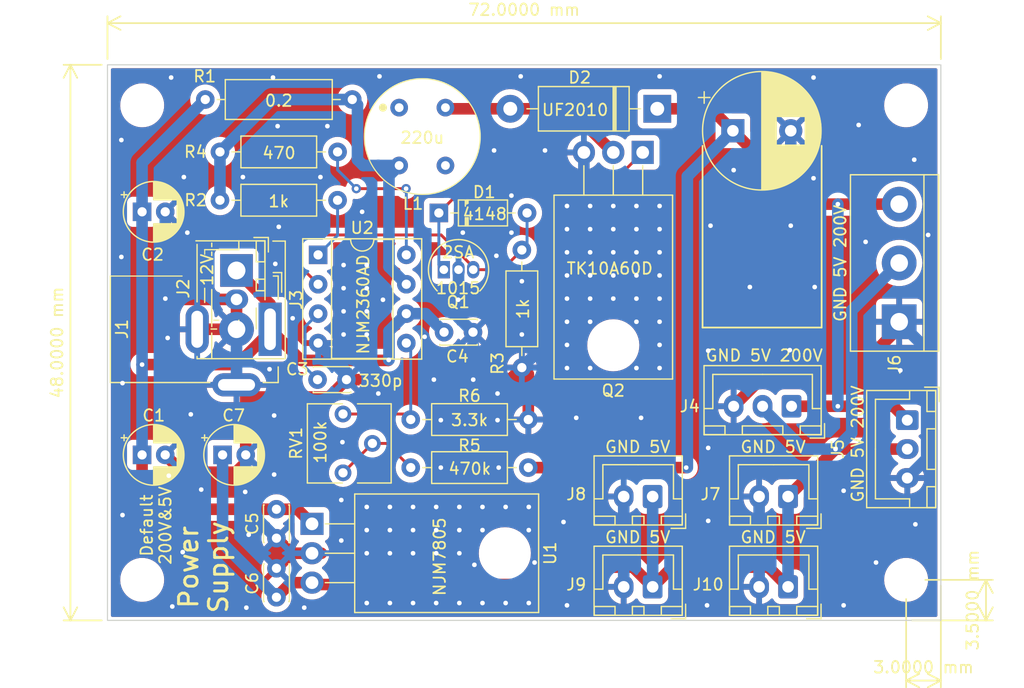
<source format=kicad_pcb>
(kicad_pcb (version 20221018) (generator pcbnew)
  (layers (0 "F.Cu" jumper) (31 "B.Cu" signal) (34 "B.Paste" user) (35 "F.Paste" user) (36 "B.SilkS" user "B.Silkscreen") (37 "F.SilkS" user "F.Silkscreen") (38 "B.Mask" user) (39 "F.Mask" user) (44 "Edge.Cuts" user))
  (net 0 "")
  (net 1 "GND")
  (net 2 "Net-(U2-CT)")
  (net 3 "/5V")
  (net 4 "/200V")
  (net 5 "Net-(D1-K)")
  (net 6 "Net-(D1-A)")
  (net 7 "Net-(D2-A)")
  (net 9 "Net-(U2-SI)")
  (net 11 "Net-(U2-CS)")
  (net 12 "Net-(U2-CD)")
  (net 13 "Net-(R5-Pad2)")
  (net 14 "Net-(U2-INV)")
  (net 15 "/12V")
  (footprint "Resistor_THT:R_Axial_DIN0207_L6.3mm_D2.5mm_P10.16mm_Horizontal" (layer "F.Cu") (at 9.72 11.7)
    (fp_text reference "R2" (at -2.1 0) (layer "F.SilkS"))
    (fp_text value "1k" (at 5.08 0.1) (layer "F.SilkS"))
    (pad "1" thru_hole circle (at 0 0) (size 1.6 1.6) (drill 0.8) (layers "*.Cu" "*.Mask") (net 9 "Net-(U2-SI)"))
    (pad "2" thru_hole oval (at 10.16 0) (size 1.6 1.6) (drill 0.8) (layers "*.Cu" "*.Mask") (net 11 "Net-(U2-CS)"))
  )
  (footprint "Capacitor_THT:CP_Radial_D10.0mm_P5.00mm" (layer "F.Cu") (at 54.032323 5.7)
    (fp_text reference "C8" hide)
    (fp_text value "10u")
    (pad "1" thru_hole rect (at 0 0) (size 2 2) (drill 1) (layers "*.Cu" "*.Mask") (net 4 "/200V"))
    (pad "2" thru_hole circle (at 5 0) (size 2 2) (drill 1) (layers "*.Cu" "*.Mask") (net 1 "GND"))
  )
  (footprint "Resistor_THT:R_Axial_DIN0207_L6.3mm_D2.5mm_P10.16mm_Horizontal" (layer "F.Cu") (at 35.8 16 -90)
    (fp_text reference "R3" (at 9.8 2.1 -90) (layer "F.SilkS"))
    (fp_text value "1k" (at 5.08 -0.1 90) (layer "F.SilkS"))
    (pad "1" thru_hole circle (at 0 0 270) (size 1.6 1.6) (drill 0.8) (layers "*.Cu" "*.Mask") (net 6 "Net-(D1-A)"))
    (pad "2" thru_hole oval (at 10.16 0 270) (size 1.6 1.6) (drill 0.8) (layers "*.Cu" "*.Mask") (net 1 "GND"))
  )
  (footprint "Connector_JST:JST_XH_B2B-XH-A_1x02_P2.50mm_Vertical" (layer "F.Cu") (at 47.1 37.3 180)
    (fp_text reference "J8" (at 6.6 0.2) (layer "F.SilkS"))
    (fp_text value "Conn_01x02_Pin")
    (pad "1" thru_hole roundrect (at 0 0 180) (size 1.7 2) (drill 1) (layers "*.Cu" "*.Mask") (roundrect_rratio 0.147059) (net 3 "/5V"))
    (pad "2" thru_hole oval (at 2.5 0 180) (size 1.7 2) (drill 1) (layers "*.Cu" "*.Mask") (net 1 "GND"))
  )
  (footprint "mylib:RCH-110" (layer "F.Cu") (at 27.2 6.2 180)
    (fp_text reference "L1" (at 0.8 -5.8 unlocked) (layer "F.SilkS"))
    (fp_text value "220u" (at 0 -0.1 unlocked) (layer "F.SilkS"))
    (pad "1" thru_hole circle (at 2 2.5 180) (size 1.524 1.524) (drill 0.762) (layers "*.Cu" "*.Mask"))
    (pad "2" thru_hole circle (at 2 -2.5 180) (size 1.524 1.524) (drill 0.762) (layers "*.Cu" "*.Mask") (net 9 "Net-(U2-SI)"))
    (pad "3" thru_hole circle (at -2 -2.5 180) (size 1.524 1.524) (drill 0.762) (layers "*.Cu" "*.Mask"))
    (pad "4" thru_hole circle (at -2 2.5 180) (size 1.524 1.524) (drill 0.762) (layers "*.Cu" "*.Mask") (net 7 "Net-(D2-A)"))
  )
  (footprint "Package_TO_SOT_THT:TO-220-3_Horizontal_TabDown" (layer "F.Cu") (at 46.24 7.57 180)
    (fp_text reference "Q2" (at 2.54 -20.58) (layer "F.SilkS"))
    (fp_text value "TK10A60D" (at 2.84 -10.03) (layer "F.SilkS"))
    (pad "" np_thru_hole oval (at 2.54 -16.66 180) (size 3.5 3.5) (drill 3.5) (layers "*.Cu" "*.Mask"))
    (pad "1" thru_hole rect (at 0 0 180) (size 1.905 2) (drill 1.1) (layers "*.Cu" "*.Mask") (net 5 "Net-(D1-K)"))
    (pad "2" thru_hole oval (at 2.54 0 180) (size 1.905 2) (drill 1.1) (layers "*.Cu" "*.Mask") (net 7 "Net-(D2-A)"))
    (pad "3" thru_hole oval (at 5.08 0 180) (size 1.905 2) (drill 1.1) (layers "*.Cu" "*.Mask") (net 1 "GND"))
  )
  (footprint "Package_DIP:DIP-8_W7.62mm_Socket" (layer "F.Cu") (at 18.2 16.42)
    (fp_text reference "U2" (at 3.81 -2.33) (layer "F.SilkS"))
    (fp_text value "NJM2360AD" (at 3.9 4.28 90) (layer "F.SilkS"))
    (pad "1" thru_hole rect (at 0 0) (size 1.6 1.6) (drill 0.8) (layers "*.Cu" "*.Mask") (net 11 "Net-(U2-CS)"))
    (pad "2" thru_hole oval (at 0 2.54) (size 1.6 1.6) (drill 0.8) (layers "*.Cu" "*.Mask") (net 6 "Net-(D1-A)"))
    (pad "3" thru_hole oval (at 0 5.08) (size 1.6 1.6) (drill 0.8) (layers "*.Cu" "*.Mask") (net 2 "Net-(U2-CT)"))
    (pad "4" thru_hole oval (at 0 7.62) (size 1.6 1.6) (drill 0.8) (layers "*.Cu" "*.Mask") (net 1 "GND"))
    (pad "5" thru_hole oval (at 7.62 7.62) (size 1.6 1.6) (drill 0.8) (layers "*.Cu" "*.Mask") (net 14 "Net-(U2-INV)"))
    (pad "6" thru_hole oval (at 7.62 5.08) (size 1.6 1.6) (drill 0.8) (layers "*.Cu" "*.Mask") (net 15 "/12V"))
    (pad "7" thru_hole oval (at 7.62 2.54) (size 1.6 1.6) (drill 0.8) (layers "*.Cu" "*.Mask") (net 9 "Net-(U2-SI)"))
    (pad "8" thru_hole oval (at 7.62 0) (size 1.6 1.6) (drill 0.8) (layers "*.Cu" "*.Mask") (net 12 "Net-(U2-CD)"))
  )
  (footprint "Capacitor_THT:C_Disc_D3.0mm_W2.0mm_P2.50mm" (layer "F.Cu") (at 14.6 46 90)
    (fp_text reference "C6" (at 1.2 -2.1 90) (layer "F.SilkS"))
    (fp_text value "0.1u")
    (pad "1" thru_hole circle (at 0 0 90) (size 1.6 1.6) (drill 0.8) (layers "*.Cu" "*.Mask") (net 3 "/5V"))
    (pad "2" thru_hole circle (at 2.5 0 90) (size 1.6 1.6) (drill 0.8) (layers "*.Cu" "*.Mask") (net 1 "GND"))
  )
  (footprint "Capacitor_THT:CP_Radial_D5.0mm_P2.00mm" (layer "F.Cu") (at 2.989776 12.7)
    (fp_text reference "C2" (at 0.910224 3.7 180) (layer "F.SilkS"))
    (fp_text value "10u" hide)
    (pad "1" thru_hole rect (at 0 0) (size 1.6 1.6) (drill 0.8) (layers "*.Cu" "*.Mask") (net 15 "/12V"))
    (pad "2" thru_hole circle (at 2 0) (size 1.6 1.6) (drill 0.8) (layers "*.Cu" "*.Mask") (net 1 "GND"))
  )
  (footprint "Capacitor_THT:C_Disc_D3.0mm_W2.0mm_P2.50mm" (layer "F.Cu") (at 18.15 27.2)
    (fp_text reference "C3" (at -1.75 -0.9) (layer "F.SilkS"))
    (fp_text value "330p" (at 5.45 0.1) (layer "F.SilkS"))
    (pad "1" thru_hole circle (at 0 0) (size 1.6 1.6) (drill 0.8) (layers "*.Cu" "*.Mask") (net 2 "Net-(U2-CT)"))
    (pad "2" thru_hole circle (at 2.5 0) (size 1.6 1.6) (drill 0.8) (layers "*.Cu" "*.Mask") (net 1 "GND"))
  )
  (footprint "Connector_JST:JST_XH_B3B-XH-A_1x03_P2.50mm_Vertical" (layer "F.Cu") (at 69.1 30.7 -90)
    (fp_text reference "J5" (at 2.5 6 90) (layer "F.SilkS"))
    (fp_text value "Conn_01x03_Pin")
    (pad "1" thru_hole roundrect (at 0 0 270) (size 1.7 1.95) (drill 0.95) (layers "*.Cu" "*.Mask") (roundrect_rratio 0.147059) (net 4 "/200V"))
    (pad "2" thru_hole oval (at 2.5 0 270) (size 1.7 1.95) (drill 0.95) (layers "*.Cu" "*.Mask") (net 3 "/5V"))
    (pad "3" thru_hole oval (at 5 0 270) (size 1.7 1.95) (drill 0.95) (layers "*.Cu" "*.Mask") (net 1 "GND"))
  )
  (footprint "Capacitor_THT:C_Disc_D3.0mm_W2.0mm_P2.50mm" (layer "F.Cu") (at 14.6 38.4 -90)
    (fp_text reference "C5" (at 1.25 2.1 90) (layer "F.SilkS"))
    (fp_text value "0.1u")
    (pad "1" thru_hole circle (at 0 0 270) (size 1.6 1.6) (drill 0.8) (layers "*.Cu" "*.Mask") (net 15 "/12V"))
    (pad "2" thru_hole circle (at 2.5 0 270) (size 1.6 1.6) (drill 0.8) (layers "*.Cu" "*.Mask") (net 1 "GND"))
  )
  (footprint "Connector_JST:JST_XH_B3B-XH-A_1x03_P2.50mm_Vertical" (layer "F.Cu") (at 59.1 29.5 180)
    (fp_text reference "J4" (at 8.8 0) (layer "F.SilkS"))
    (fp_text value "Conn_01x03_Pin")
    (pad "1" thru_hole roundrect (at 0 0 180) (size 1.7 1.95) (drill 0.95) (layers "*.Cu" "*.Mask") (roundrect_rratio 0.147059) (net 4 "/200V"))
    (pad "2" thru_hole oval (at 2.5 0 180) (size 1.7 1.95) (drill 0.95) (layers "*.Cu" "*.Mask") (net 3 "/5V"))
    (pad "3" thru_hole oval (at 5 0 180) (size 1.7 1.95) (drill 0.95) (layers "*.Cu" "*.Mask") (net 1 "GND"))
  )
  (footprint "MountingHole:MountingHole_3.2mm_M3" (layer "F.Cu") (at 69 3.5)
    (fp_text reference "" (at 0 -4.2) (layer "F.SilkS"))
    (fp_text value "")
    (pad "" np_thru_hole circle (at 0 0) (size 3.2 3.2) (drill 3.2) (layers "*.Cu" "*.Mask"))
  )
  (footprint "MountingHole:MountingHole_3.2mm_M3" (layer "F.Cu") (at 3 44.5)
    (fp_text reference "" (at 0 -4.2) (layer "F.SilkS"))
    (fp_text value "")
    (pad "" np_thru_hole circle (at 0 0) (size 3.2 3.2) (drill 3.2) (layers "F&B.Cu" "*.Mask"))
  )
  (footprint "Connector_JST:JST_XH_B2B-XH-A_1x02_P2.50mm_Vertical" (layer "F.Cu") (at 58.8 37.3 180)
    (fp_text reference "J7" (at 6.7 0.2) (layer "F.SilkS"))
    (fp_text value "Conn_01x02_Pin")
    (pad "1" thru_hole roundrect (at 0 0 180) (size 1.7 2) (drill 1) (layers "*.Cu" "*.Mask") (roundrect_rratio 0.147059) (net 3 "/5V"))
    (pad "2" thru_hole oval (at 2.5 0 180) (size 1.7 2) (drill 1) (layers "*.Cu" "*.Mask") (net 1 "GND"))
  )
  (footprint "Diode_THT:D_DO-35_SOD27_P7.62mm_Horizontal" (layer "F.Cu") (at 28.63 12.8)
    (fp_text reference "D1" (at 3.92 -1.8) (layer "F.SilkS"))
    (fp_text value "4148" (at 3.97 0.1) (layer "F.SilkS"))
    (pad "1" thru_hole rect (at 0 0) (size 1.6 1.6) (drill 0.8) (layers "*.Cu" "*.Mask") (net 5 "Net-(D1-K)"))
    (pad "2" thru_hole oval (at 7.62 0) (size 1.6 1.6) (drill 0.8) (layers "*.Cu" "*.Mask") (net 6 "Net-(D1-A)"))
  )
  (footprint "Connector_BarrelJack:BarrelJack_GCT_DCJ200-10-A_Horizontal" (layer "F.Cu") (at 14.05 22.85 -90)
    (fp_text reference "J1" (at -0.02 12.8 90) (layer "F.SilkS"))
    (fp_text value "Barrel_Jack_Switch" hide)
    (pad "1" thru_hole rect (at 0 0 270) (size 4.6 2) (drill oval 3.6 1) (layers "*.Cu" "*.Mask") (net 15 "/12V"))
    (pad "2" thru_hole oval (at 0 6.3 270) (size 4.2 2) (drill oval 3.2 1) (layers "*.Cu" "*.Mask") (net 1 "GND"))
    (pad "3" thru_hole oval (at 4.8 2.9 270) (size 2 4.2) (drill oval 1 3.2) (layers "*.Cu" "*.Mask") (net 1 "GND"))
  )
  (footprint "Resistor_THT:R_Axial_DIN0207_L6.3mm_D2.5mm_P10.16mm_Horizontal" (layer "F.Cu") (at 26.2 30.65)
    (fp_text reference "R6" (at 5.08 -2.05) (layer "F.SilkS"))
    (fp_text value "3.3k" (at 5.08 0.05) (layer "F.SilkS"))
    (pad "1" thru_hole circle (at 0 0) (size 1.6 1.6) (drill 0.8) (layers "*.Cu" "*.Mask") (net 14 "Net-(U2-INV)"))
    (pad "2" thru_hole oval (at 10.16 0) (size 1.6 1.6) (drill 0.8) (layers "*.Cu" "*.Mask") (net 1 "GND"))
  )
  (footprint "Capacitor_THT:CP_Radial_D5.0mm_P2.00mm" (layer "F.Cu") (at 9.944888 33.7)
    (fp_text reference "C7" (at 0.955112 -3.4) (layer "F.SilkS"))
    (fp_text value "10u")
    (pad "1" thru_hole rect (at 0 0) (size 1.6 1.6) (drill 0.8) (layers "*.Cu" "*.Mask") (net 3 "/5V"))
    (pad "2" thru_hole circle (at 2 0) (size 1.6 1.6) (drill 0.8) (layers "*.Cu" "*.Mask") (net 1 "GND"))
  )
  (footprint "MountingHole:MountingHole_3.2mm_M3" (layer "F.Cu") (at 3 3.5)
    (fp_text reference "" (at 0 -4.2) (layer "F.SilkS"))
    (fp_text value "")
    (pad "" np_thru_hole circle (at 0 0) (size 3.2 3.2) (drill 3.2) (layers "*.Cu" "*.Mask"))
  )
  (footprint "Capacitor_THT:C_Disc_D3.0mm_W2.0mm_P2.50mm" (layer "F.Cu") (at 29.08 23.1)
    (fp_text reference "C4" (at 1.15 2.1) (layer "F.SilkS"))
    (fp_text value "0.1u" hide)
    (pad "1" thru_hole circle (at 0 0) (size 1.6 1.6) (drill 0.8) (layers "*.Cu" "*.Mask") (net 15 "/12V"))
    (pad "2" thru_hole circle (at 2.5 0) (size 1.6 1.6) (drill 0.8) (layers "*.Cu" "*.Mask") (net 1 "GND"))
  )
  (footprint "Package_TO_SOT_THT:TO-220-3_Horizontal_TabDown" (layer "F.Cu") (at 17.67 39.66 -90)
    (fp_text reference "U1" (at 2.54 -20.58 90 unlocked) (layer "F.SilkS"))
    (fp_text value "NJM7805" (at 2.84 -11.03 90 unlocked) (layer "F.SilkS"))
    (pad "" np_thru_hole oval (at 2.54 -16.66 270) (size 3.5 3.5) (drill 3.5) (layers "*.Cu" "*.Mask"))
    (pad "1" thru_hole rect (at 0 0 270) (size 1.905 2) (drill 1.1) (layers "*.Cu" "*.Mask") (net 15 "/12V"))
    (pad "2" thru_hole oval (at 2.54 0 270) (size 1.905 2) (drill 1.1) (layers "*.Cu" "*.Mask") (net 1 "GND"))
    (pad "3" thru_hole oval (at 5.08 0 270) (size 1.905 2) (drill 1.1) (layers "*.Cu" "*.Mask") (net 3 "/5V"))
  )
  (footprint "Capacitor_THT:CP_Radial_D5.0mm_P2.00mm" (layer "F.Cu") (at 2.989776 33.7)
    (fp_text reference "C1" (at 1.010224 -3.4) (layer "F.SilkS"))
    (fp_text value "10u")
    (pad "1" thru_hole rect (at 0 0) (size 1.6 1.6) (drill 0.8) (layers "*.Cu" "*.Mask") (net 15 "/12V"))
    (pad "2" thru_hole circle (at 2 0) (size 1.6 1.6) (drill 0.8) (layers "*.Cu" "*.Mask") (net 1 "GND"))
  )
  (footprint "Resistor_THT:R_Axial_DIN0309_L9.0mm_D3.2mm_P12.70mm_Horizontal" (layer "F.Cu") (at 8.45 3)
    (fp_text reference "R1" (at -0.05 -2) (layer "F.SilkS"))
    (fp_text value "0.2" (at 6.35 0.1) (layer "F.SilkS"))
    (pad "1" thru_hole circle (at 0 0) (size 1.6 1.6) (drill 0.8) (layers "*.Cu" "*.Mask") (net 15 "/12V"))
    (pad "2" thru_hole oval (at 12.7 0) (size 1.6 1.6) (drill 0.8) (layers "*.Cu" "*.Mask") (net 9 "Net-(U2-SI)"))
  )
  (footprint "mylib:Potentiometer_GF063P" (layer "F.Cu") (at 20.95 35.25)
    (fp_text reference "RV1" (at -4.65 -2.55 -90) (layer "F.SilkS"))
    (fp_text value "100k" (at -2.55 -2.65 90) (layer "F.SilkS"))
    (pad "1" thru_hole circle (at -0.6 0) (size 1.44 1.44) (drill 0.8) (layers "*.Cu" "*.Mask") (net 13 "Net-(R5-Pad2)"))
    (pad "2" thru_hole circle (at 1.94 -2.54) (size 1.44 1.44) (drill 0.8) (layers "*.Cu" "*.Mask") (net 13 "Net-(R5-Pad2)"))
    (pad "3" thru_hole circle (at -0.6 -5.08) (size 1.44 1.44) (drill 0.8) (layers "*.Cu" "*.Mask") (net 14 "Net-(U2-INV)"))
  )
  (footprint "Connector_JST:JST_XH_B2B-XH-A_1x02_P2.50mm_Vertical" (layer "F.Cu") (at 47.1 45.1 180)
    (fp_text reference "J9" (at 6.6 0.2) (layer "F.SilkS"))
    (fp_text value "Conn_01x02_Pin")
    (pad "1" thru_hole roundrect (at 0 0 180) (size 1.7 2) (drill 1) (layers "*.Cu" "*.Mask") (roundrect_rratio 0.147059) (net 3 "/5V"))
    (pad "2" thru_hole oval (at 2.5 0 180) (size 1.7 2) (drill 1) (layers "*.Cu" "*.Mask") (net 1 "GND"))
  )
  (footprint "Resistor_THT:R_Axial_DIN0207_L6.3mm_D2.5mm_P10.16mm_Horizontal" (layer "F.Cu") (at 36.36 34.8 180)
    (fp_text reference "R5" (at 5.08 1.9) (layer "F.SilkS"))
    (fp_text value "470k" (at 5.06 -0.1) (layer "F.SilkS"))
    (pad "1" thru_hole circle (at 0 0 180) (size 1.6 1.6) (drill 0.8) (layers "*.Cu" "*.Mask") (net 4 "/200V"))
    (pad "2" thru_hole oval (at 10.16 0 180) (size 1.6 1.6) (drill 0.8) (layers "*.Cu" "*.Mask") (net 13 "Net-(R5-Pad2)"))
  )
  (footprint "mylib:TerminalBlock_TB111-2-2_P5.08mm" (layer "F.Cu") (at 11.55 17.77 -90)
    (fp_text reference "J3" (at 2.53 -4.75 90) (layer "F.SilkS"))
    (fp_text value "Screw_Terminal_01x02" hide)
    (pad "1" thru_hole rect (at 0 0.4 270) (size 2.8 2.8) (drill 1.52) (layers "*.Cu" "*.Mask") (net 15 "/12V"))
    (pad "2" thru_hole circle (at 5.08 0.4 270) (size 3 3) (drill 1.52) (layers "*.Cu" "*.Mask") (net 1 "GND"))
  )
  (footprint "Connector_JST:JST_XH_B2B-XH-A_1x02_P2.50mm_Vertical" (layer "F.Cu") (at 11.15 17.77 -90)
    (fp_text reference "J2" (at 1.56 4.6 90) (layer "F.SilkS"))
    (fp_text value "Conn_01x02_Pin" hide)
    (pad "1" thru_hole rect (at 0 0 270) (size 2.8 2.8) (drill 1.52) (layers "*.Cu" "*.Mask") (net 15 "/12V"))
    (pad "2" thru_hole oval (at 2.5 0 270) (size 1.7 2) (drill 1) (layers "*.Cu" "*.Mask") (net 1 "GND"))
  )
  (footprint "Connector_JST:JST_XH_B2B-XH-A_1x02_P2.50mm_Vertical" (layer "F.Cu") (at 58.8 45.1 180)
    (fp_text reference "J10" (at 6.9 0.2) (layer "F.SilkS"))
    (fp_text value "Conn_01x02_Pin")
    (pad "1" thru_hole roundrect (at 0 0 180) (size 1.7 2) (drill 1) (layers "*.Cu" "*.Mask") (roundrect_rratio 0.147059) (net 3 "/5V"))
    (pad "2" thru_hole oval (at 2.5 0 180) (size 1.7 2) (drill 1) (layers "*.Cu" "*.Mask") (net 1 "GND"))
  )
  (footprint "mylib:TerminalBlock_TB111-2-3_P5.08mm" (layer "F.Cu") (at 68 22.2 90)
    (fp_text reference "J6" (at -3.7 0 90) (layer "F.SilkS"))
    (fp_text value "Screw_Terminal_01x03")
    (pad "1" thru_hole rect (at 0 0.4 90) (size 3 3) (drill 1.52) (layers "*.Cu" "*.Mask") (net 1 "GND"))
    (pad "2" thru_hole circle (at 5.08 0.4 90) (size 3 3) (drill 1.52) (layers "*.Cu" "*.Mask") (net 3 "/5V"))
    (pad "3" thru_hole circle (at 10.16 0.4 90) (size 3 3) (drill 1.52) (layers "*.Cu" "*.Mask") (net 4 "/200V"))
  )
  (footprint "Diode_THT:D_DO-15_P12.70mm_Horizontal" (layer "F.Cu") (at 47.5 3.8 180)
    (fp_text reference "D2" (at 6.7 2.7) (layer "F.SilkS"))
    (fp_text value "UF2010" (at 7.1 -0.1) (layer "F.SilkS"))
    (pad "1" thru_hole rect (at 0 0 180) (size 2.4 2.4) (drill 1.2) (layers "*.Cu" "*.Mask") (net 4 "/200V"))
    (pad "2" thru_hole oval (at 12.7 0 180) (size 2.4 2.4) (drill 1.2) (layers "*.Cu" "*.Mask") (net 7 "Net-(D2-A)"))
  )
  (footprint "MountingHole:MountingHole_3.2mm_M3" (layer "F.Cu") (at 69 44.5)
    (fp_text reference "" (at 0 -4.2) (layer "F.SilkS"))
    (fp_text value "")
    (pad "" np_thru_hole circle (at 0 0) (size 3.2 3.2) (drill 3.2) (layers "*.Cu" "*.Mask"))
  )
  (footprint "Resistor_THT:R_Axial_DIN0207_L6.3mm_D2.5mm_P10.16mm_Horizontal" (layer "F.Cu") (at 9.72 7.525)
    (fp_text reference "R4" (at -2.12 0) (layer "F.SilkS"))
    (fp_text value "470" (at 5.1 0.1) (layer "F.SilkS"))
    (pad "1" thru_hole circle (at 0 0) (size 1.6 1.6) (drill 0.8) (layers "*.Cu" "*.Mask") (net 9 "Net-(U2-SI)"))
    (pad "2" thru_hole oval (at 10.16 0) (size 1.6 1.6) (drill 0.8) (layers "*.Cu" "*.Mask") (net 12 "Net-(U2-CD)"))
  )
  (footprint "Package_TO_SOT_THT:TO-92_Inline" (layer "F.Cu") (at 29.06 17.7)
    (fp_text reference "Q1" (at 1.24 2.8) (layer "F.SilkS"))
    (fp_text value "2SA1015")
    (pad "1" thru_hole rect (at 0 0) (size 1.05 1.5) (drill 0.75) (layers "*.Cu" "*.Mask") (net 5 "Net-(D1-K)"))
    (pad "2" thru_hole oval (at 1.27 0) (size 1.05 1.5) (drill 0.75) (layers "*.Cu" "*.Mask") (net 1 "GND"))
    (pad "3" thru_hole oval (at 2.54 0) (size 1.05 1.5) (drill 0.75) (layers "*.Cu" "*.Mask") (net 6 "Net-(D1-A)"))
  )
  (gr_line (start 61.7 22.7) (end 51.412323 22.7) (stroke (width 0.15)) (layer "F.SilkS"))
  (gr_line (start 61.7 7) (end 61.7 22.7) (stroke (width 0.15)) (layer "F.SilkS"))
  (gr_line (start 51.412323 7) (end 51.412323 22.7) (stroke (width 0.15)) (layer "F.SilkS"))
  (gr_rect (start 0 0) (end 72 48) (stroke (width 0.1)) (fill none) (layer "Edge.Cuts"))
  (gr_text "GND 5V 200V\n" (at 63.9 22.3 90) (layer "F.SilkS") (effects (font (size 1 1)) (justify left bottom)))
  (gr_text "2SA" (at 30.3 16.2) (layer "F.SilkS") (effects (font (size 1 1))))
  (gr_text "Default\n200V&5V" (at 4.2 39.8 90) (layer "F.SilkS") (effects (font (size 1 1))))
  (gr_text "12V" (at 9.2 19.2 90) (layer "F.SilkS") (effects (font (size 1 1)) (justify left bottom)))
  (gr_text "GND 5V\n" (at 54.6 41.4) (layer "F.SilkS") (effects (font (size 1 1)) (justify left bottom)))
  (gr_text "GND 5V\n" (at 54.6 33.6) (layer "F.SilkS") (effects (font (size 1 1)) (justify left bottom)))
  (gr_text "GND 5V 200V\n" (at 65.4 37.9 90) (layer "F.SilkS") (effects (font (size 1 1)) (justify left bottom)))
  (gr_text "Power\nSupply" (at 8.3 43.4 90) (layer "F.SilkS") (effects (font (size 1.6 1.6) (thickness 0.25))))
  (gr_text "GND 5V 200V\n" (at 51.6 25.7) (layer "F.SilkS") (effects (font (size 1 1)) (justify left bottom)))
  (gr_text "GND 5V\n" (at 42.9 33.6) (layer "F.SilkS") (effects (font (size 1 1)) (justify left bottom)))
  (gr_text "1015" (at 30.3 19.3) (layer "F.SilkS") (effects (font (size 1 1))))
  (gr_text "GND 5V\n" (at 42.9 41.4) (layer "F.SilkS") (effects (font (size 1 1)) (justify left bottom)))
  (dimension (type aligned) (layer "F.SilkS") (pts (xy 0 0) (xy 72 0)) (height -3.6) (gr_text "72.0000 mm" (at 36 -4.75) (layer "F.SilkS") (effects (font (size 1 1) (thickness 0.15)))) (format (prefix "") (suffix "") (units 3) (units_format 1) (precision 4)) (style (thickness 0.15) (arrow_length 1.27) (text_position_mode 0) (extension_height 0.58642) (extension_offset 0.5) keep_text_aligned))
  (dimension (type aligned) (layer "F.SilkS") (pts (xy 0 0) (xy 0 48)) (height 3.2) (gr_text "48.0000 mm" (at -4.35 24 90) (layer "F.SilkS") (effects (font (size 1 1) (thickness 0.15)))) (format (prefix "") (suffix "") (units 3) (units_format 1) (precision 4)) (style (thickness 0.15) (arrow_length 1.27) (text_position_mode 0) (extension_height 0.58642) (extension_offset 0.5) keep_text_aligned))
  (dimension (type aligned) (layer "F.SilkS") (pts (xy 69 44.5) (xy 72 44.5)) (height 8.7) (gr_text "3.0000 mm" (at 70.5 52.05) (layer "F.SilkS") (effects (font (size 1 1) (thickness 0.15)))) (format (prefix "") (suffix "") (units 3) (units_format 1) (precision 4)) (style (thickness 0.15) (arrow_length 1.27) (text_position_mode 0) (extension_height 0.58642) (extension_offset 0.5) keep_text_aligned))
  (dimension (type aligned) (layer "F.SilkS") (pts (xy 69 44.5) (xy 69 48)) (height -6.9) (gr_text "3.5000 mm" (at 74.75 46.25 90) (layer "F.SilkS") (effects (font (size 1 1) (thickness 0.15)))) (format (prefix "") (suffix "") (units 3) (units_format 1) (precision 4)) (style (thickness 0.15) (arrow_length 1.27) (text_position_mode 0) (extension_height 0.58642) (extension_offset 0.5) keep_text_aligned))
  (segment (start 14.6 40.9) (end 15.9 42.2) (width 1) (layer "F.Cu") (net 1))
  (segment (start 58.95 24.65) (end 66.45 24.65) (width 1) (layer "F.Cu") (net 1))
  (segment (start 12.2 28.7) (end 11.15 27.65) (width 1) (layer "F.Cu") (net 1))
  (segment (start 31.6 27.2) (end 32.4 27.2) (width 1) (layer "F.Cu") (net 1))
  (segment (start 36.36 26.72) (end 35.8 26.16) (width 1) (layer "F.Cu") (net 1))
  (segment (start 15.9 42.2) (end 14.6 43.5) (width 1) (layer "F.Cu") (net 1))
  (segment (start 36.16 27.2) (end 36.36 27) (width 1) (layer "F.Cu") (net 1))
  (segment (start 35.8 26.16) (end 34.8 27.16) (width 1) (layer "F.Cu") (net 1))
  (segment (start 68.4 22.7) (end 68.4 22.2) (width 1) (layer "F.Cu") (net 1))
  (segment (start 19.15 28.7) (end 12.2 28.7) (width 1) (layer "F.Cu") (net 1))
  (segment (start 36.36 30.65) (end 36.36 27) (width 1) (layer "F.Cu") (net 1))
  (segment (start 7.75 22.85) (end 11.15 22.85) (width 1) (layer "F.Cu") (net 1))
  (segment (start 17.67 42.2) (end 18.4825 42.2) (width 1) (layer "F.Cu") (net 1))
  (segment (start 14.6 42.2) (end 14.6 40.9) (width 1) (layer "F.Cu") (net 1))
  (segment (start 9.45 20.27) (end 11.15 20.27) (width 1) (layer "F.Cu") (net 1))
  (segment (start 5.07 20.27) (end 5 20.2) (width 1) (layer "F.Cu") (net 1))
  (segment (start 41.16 13.9) (end 52.1 13.9) (width 1) (layer "F.Cu") (net 1))
  (segment (start 30.7 27.2) (end 31.6 27.2) (width 1) (layer "F.Cu") (net 1))
  (segment (start 11.15 22.85) (end 11.15 20.27) (width 1) (layer "F.Cu") (net 1))
  (segment (start 14.6 43.5) (end 14.6 42.2) (width 1) (layer "F.Cu") (net 1))
  (segment (start 11.944888 33.7) (end 11.944888 28.444888) (width 1) (layer "F.Cu") (net 1))
  (segment (start 11.944888 34.355112) (end 11.944888 33.7) (width 1) (layer "F.Cu") (net 1))
  (segment (start 4.989776 33.7) (end 6.489776 35.2) (width 1) (layer "F.Cu") (net 1))
  (segment (start 20.65 27.2) (end 30.7 27.2) (width 1) (layer "F.Cu") (net 1))
  (segment (start 34.8 27.16) (end 34.8 27.2) (width 1) (layer "F.Cu") (net 1))
  (segment (start 17.67 42.2) (end 15.9 42.2) (width 1) (layer "F.Cu") (net 1))
  (segment (start 36.36 27) (end 36.36 26.72) (width 1) (layer "F.Cu") (net 1))
  (segment (start 34.8 27.2) (end 36.16 27.2) (width 1) (layer "F.Cu") (net 1))
  (segment (start 58.95 24.65) (end 54.1 29.5) (width 1) (layer "F.Cu") (net 1))
  (segment (start 14.6 42.2) (end 17.67 42.2) (width 1) (layer "F.Cu") (net 1))
  (segment (start 6.489776 35.2) (end 11.1 35.2) (width 1) (layer "F.Cu") (net 1))
  (segment (start 11.944888 28.444888) (end 11.15 27.65) (width 1) (layer "F.Cu") (net 1))
  (segment (start 66.45 24.65) (end 68.4 22.7) (width 1) (layer "F.Cu") (net 1))
  (segment (start 52.1 13.9) (end 59.032323 13.9) (width 1) (layer "F.Cu") (net 1))
  (segment (start 14.6 42.2) (end 14 42.2) (width 1) (layer "F.Cu") (net 1))
  (segment (start 32.4 27.2) (end 34.8 27.2) (width 1) (layer "F.Cu") (net 1))
  (segment (start 9.45 20.27) (end 5.07 20.27) (width 1) (layer "F.Cu") (net 1))
  (segment (start 11.1 35.2) (end 11.944888 34.355112) (width 1) (layer "F.Cu") (net 1))
  (segment (start 20.65 27.2) (end 19.15 28.7) (width 1) (layer "F.Cu") (net 1))
  (via (at 32.4 40.2) (size 0.8) (drill 0.4) (layers "F.Cu" "B.Cu") (net 1))
  (via (at 20.4 21.3) (size 0.8) (drill 0.4) (layers "F.Cu" "B.Cu") (net 1))
  (via (at 52.1 13.9) (size 0.8) (drill 0.4) (layers "F.Cu" "B.Cu") (net 1))
  (via (at 47.7 22.2) (size 0.8) (drill 0.4) (layers "F.Cu" "B.Cu") (net 1))
  (via (at 39.7 14.2) (size 0.8) (drill 0.4) (layers "F.Cu" "B.Cu") (net 1))
  (via (at 47.7 16.2) (size 0.8) (drill 0.4) (layers "F.Cu" "B.Cu") (net 1))
  (via (at 51.9 24.7) (size 0.8) (drill 0.4) (layers "F.Cu" "B.Cu") (net 1))
  (via (at 36.9 43) (size 0.8) (drill 0.4) (layers "F.Cu" "B.Cu") (net 1))
  (via (at 45.7 20.2) (size 0.8) (drill 0.4) (layers "F.Cu" "B.Cu") (net 1))
  (via (at 45.7 26.2) (size 0.8) (drill 0.4) (layers "F.Cu" "B.Cu") (net 1))
  (via (at 1.3 27.5) (size 0.8) (drill 0.4) (layers "F.Cu" "B.Cu") (net 1))
  (via (at 32.4 38.2) (size 0.8) (drill 0.4) (layers "F.Cu" "B.Cu") (net 1))
  (via (at 28.4 42.2) (size 0.8) (drill 0.4) (layers "F.Cu" "B.Cu") (net 1))
  (via (at 39.7 18.2) (size 0.8) (drill 0.4) (layers "F.Cu" "B.Cu") (net 1))
  (via (at 14.3 1.1) (size 0.8) (drill 0.4) (layers "F.Cu" "B.Cu") (net 1))
  (via (at 43.7 12.2) (size 0.8) (drill 0.4) (layers "F.Cu" "B.Cu") (net 1))
  (via (at 35.8 18.7) (size 0.8) (drill 0.4) (layers "F.Cu" "B.Cu") (net 1))
  (via (at 14.8 14) (size 0.8) (drill 0.4) (layers "F.Cu" "B.Cu") (net 1))
  (via (at 34.9 14.5) (size 0.8) (drill 0.4) (layers "F.Cu" "B.Cu") (net 1))
  (via (at 69.8 39.7) (size 0.8) (drill 0.4) (layers "F.Cu" "B.Cu") (net 1))
  (via (at 8.1 36.7) (size 0.8) (drill 0.4) (layers "F.Cu" "B.Cu") (net 1))
  (via (at 47.7 18.2) (size 0.8) (drill 0.4) (layers "F.Cu" "B.Cu") (net 1))
  (via (at 28.8 34.8) (size 0.8) (drill 0.4) (layers "F.Cu" "B.Cu") (net 1))
  (via (at 7.2 30.2) (size 0.8) (drill 0.4) (layers "F.Cu" "B.Cu") (net 1))
  (via (at 47.7 14.2) (size 0.8) (drill 0.4) (layers "F.Cu" "B.Cu") (net 1))
  (via (at 32.4 46.5) (size 0.8) (drill 0.4) (layers "F.Cu" "B.Cu") (net 1))
  (via (at 5.2 23.6) (size 0.8) (drill 0.4) (layers "F.Cu" "B.Cu") (net 1))
  (via (at 30.7 14.5) (size 0.8) (drill 0.4) (layers "F.Cu" "B.Cu") (net 1))
  (via (at 66.4 43) (size 0.8) (drill 0.4) (layers "F.Cu" "B.Cu") (net 1))
  (via (at 22.4 42.2) (size 0.8) (drill 0.4) (layers "F.Cu" "B.Cu") (net 1))
  (via (at 46.1 30.5) (size 0.8) (drill 0.4) (layers "F.Cu" "B.Cu") (net 1))
  (via (at 39.7 22.2) (size 0.8) (drill 0.4) (layers "F.Cu" "B.Cu") (net 1))
  (via (at 26.4 42.2) (size 0.8) (drill 0.4) (layers "F.Cu" "B.Cu") (net 1))
  (via (at 65.5 15.3) (size 0.8) (drill 0.4) (layers "F.Cu" "B.Cu") (net 1))
  (via (at 41.7 20.2) (size 0.8) (drill 0.4) (layers "F.Cu" "B.Cu") (net 1))
  (via (at 19 5.3) (size 0.8) (drill 0.4) (layers "F.Cu" "B.Cu") (net 1))
  (via (at 63.6 46.7) (size 0.8) (drill 0.4) (layers "F.Cu" "B.Cu") (net 1))
  (via (at 61.1 19.2) (size 0.8) (drill 0.4) (layers "F.Cu" "B.Cu") (net 1))
  (via (at 22.4 23.3) (size 0.8) (drill 0.4) (layers "F.Cu" "B.Cu") (net 1))
  (via (at 20.2 37.6) (size 0.8) (drill 0.4) (layers "F.Cu" "B.Cu") (net 1))
  (via (at 20.4 23.3) (size 0.8) (drill 0.4) (layers "F.Cu" "B.Cu") (net 1))
  (via (at 24.4 46.5) (size 0.8) (drill 0.4) (layers "F.Cu" "B.Cu") (net 1))
  (via (at 45.7 14.2) (size 0.8) (drill 0.4) (layers "F.Cu" "B.Cu") (net 1))
  (via (at 33.4 7.4) (size 0.8) (drill 0.4) (layers "F.Cu" "B.Cu") (net 1))
  (via (at 16 21.9) (size 0.8) (drill 0.4) (layers "F.Cu" "B.Cu") (net 1))
  (via (at 1.3 38.9) (size 0.8) (drill 0.4) (layers "F.Cu" "B.Cu") (net 1))
  (via (at 14.4 35.4) (size 0.8) (drill 0.4) (layers "F.Cu" "B.Cu") (net 1))
  (via (at 31.7 43.2) (size 0.8) (drill 0.4) (layers "F.Cu" "B.Cu") (net 1))
  (via (at 35.7 1) (size 0.8) (drill 0.4) (layers "F.Cu" "B.Cu") (net 1))
  (via (at 28.4 40.2) (size 0.8) (drill 0.4) (layers "F.Cu" "B.Cu") (net 1))
  (via (at 1.2 16.6) (size 0.8) (drill 0.4) (layers "F.Cu" "B.Cu") (net 1))
  (via (at 12 46.9) (size 0.8) (drill 0.4) (layers "F.Cu" "B.Cu") (net 1))
  (via (at 23.8 20.3) (size 0.8) (drill 0.4) (layers "F.Cu" "B.Cu") (net 1))
  (via (at 36.4 40.2) (size 0.8) (drill 0.4) (layers "F.Cu" "B.Cu") (net 1))
  (via (at 30.4 40.2) (size 0.8) (drill 0.4) (layers "F.Cu" "B.Cu") (net 1))
  (via (at 35.8 23.3) (size 0.8) (drill 0.4) (layers "F.Cu" "B.Cu") (net 1))
  (via (at 43.7 20.2) (size 0.8) (drill 0.4) (layers "F.Cu" "B.Cu") (net 1))
  (via (at 51.8 46.7) (size 0.8) (drill 0.4) (layers "F.Cu" "B.Cu") (net 1))
  (via (at 33.8 34.8) (size 0.8) (drill 0.4) (layers "F.Cu" "B.Cu") (net 1))
  (via (at 22 12.7) (size 0.8) (drill 0.4) (layers "F.Cu" "B.Cu") (net 1))
  (via (at 34.9 11.3) (size 0.8) (drill 0.4) (layers "F.Cu" "B.Cu") (net 1))
  (via (at 61 1.1) (size 0.8) (drill 0.4) (layers "F.Cu" "B.Cu") (net 1))
  (via (at 43.7 16.2) (size 0.8) (drill 0.4) (layers "F.Cu" "B.Cu") (net 1))
  (via (at 41.7 12.2) (size 0.8) (drill 0.4) (layers "F.Cu" "B.Cu") (net 1))
  (via (at 11.7 9.7) (size 0.8) (drill 0.4) (layers "F.Cu" "B.Cu") (net 1))
  (via (at 41.7 22.2) (size 0.8) (drill 0.4) (layers "F.Cu" "B.Cu") (net 1))
  (via (at 54.1 9.1) (size 0.8) (drill 0.4) (layers "F.Cu" "B.Cu") (net 1))
  (via (at 27.4 23.5) (size 0.8) (drill 0.4) (layers "F.Cu" "B.Cu") (net 1))
  (via (at 12.2 40.6) (size 0.8) (drill 0.4) (layers "F.Cu" "B.Cu") (net 1))
  (via (at 31.6 27.2) (size 0.8) (drill 0.4) (layers "F.Cu" "B.Cu") (net 1))
  (via (at 39.7 26.2) (size 0.8) (drill 0.4) (layers "F.Cu" "B.Cu") (net 1))
  (via (at 22.4 46.5) (size 0.8) (drill 0.4) (layers "F.Cu" "B.Cu") (net 1))
  (via (at 6.6 9.7) (size 0.8) (drill 0.4) (layers "F.Cu" "B.Cu") (net 1))
  (via (at 33.7 30.7) (size 0.8) (drill 0.4) (layers "F.Cu" "B.Cu") (net 1))
  (via (at 5.6 46.8) (size 0.8) (drill 0.4) (layers "F.Cu" "B.Cu") (net 1))
  (via (at 24.4 42.2) (size 0.8) (drill 0.4) (layers "F.Cu" "B.Cu") (net 1))
  (via (at 6.9 14.5) (size 0.8) (drill 0.4) (layers "F.Cu" "B.Cu") (net 1))
  (via (at 36.4 38.2) (size 0.8) (drill 0.4) (layers "F.Cu" "B.Cu") (net 1))
  (via (at 70.9 14.7) (size 0.8) (drill 0.4) (layers "F.Cu" "B.Cu") (net 1))
  (via (at 28.4 46.5) (size 0.8) (drill 0.4) (layers "F.Cu" "B.Cu") (net 1))
  (via (at 41.7 16.2) (size 0.8) (drill 0.4) (layers "F.Cu" "B.Cu") (net 1))
  (via (at 6.5 42.1) (size 0.8) (drill 0.4) (layers "F.Cu" "B.Cu") (net 1))
  (via (at 22.4 38.2) (size 0.8) (drill 0.4) (layers "F.Cu" "B.Cu") (net 1))
  (via (at 45.7 12.2) (size 0.8) (drill 0.4) (layers "F.Cu" "B.Cu") (net 1))
  (via (at 34.4 46.5) (size 0.8) (drill 0.4) (layers "F.Cu" "B.Cu") (net 1))
  (via (at 61 9.8) (size 0.8) (drill 0.4) (layers "F.Cu" "B.Cu") (net 1))
  (via (at 34.4 38.2) (size 0.8) (drill 0.4) (layers "F.Cu" "B.Cu") (net 1))
  (via (at 14.4 30.3) (size 0.8) (drill 0.4) (layers "F.Cu" "B.Cu") (net 1))
  (via (at 30.4 46.5) (size 0.8) (drill 0.4) (layers "F.Cu" "B.Cu") (net 1))
  (via (at 39.7 20.2) (size 0.8) (drill 0.4) (layers "F.Cu" "B.Cu") (net 1))
  (via (at 59.032323 13.9) (size 0.8) (drill 0.4) (layers "F.Cu" "B.Cu") (net 1))
  (via (at 39.7 16.2) (size 0.8) (drill 0.4) (layers "F.Cu" "B.Cu") (net 1))
  (via (at 26.4 46.5) (size 0.8) (drill 0.4) (layers "F.Cu" "B.Cu") (net 1))
  (via (at 40.5 30.5) (size 0.8) (drill 0.4) (layers "F.Cu" "B.Cu") (net 1))
  (via (at 33.6 16.5) (size 0.8) (drill 0.4) (layers "F.Cu" "B.Cu") (net 1))
  (via (at 41.7 18.2) (size 0.8) (drill 0.4) (layers "F.Cu" "B.Cu") (net 1))
  (via (at 41.7 26.2) (size 0.8) (drill 0.4) (layers "F.Cu" "B.Cu") (net 1))
  (via (at 51.9 33.1) (size 0.8) (drill 0.4) (layers "F.Cu" "B.Cu") (net 1))
  (via (at 43.7 18.2) (size 0.8) (drill 0.4) (layers "F.Cu" "B.Cu") (net 1))
  (via (at 47.7 12.2) (size 0.8) (drill 0.4) (layers "F.Cu" "B.Cu") (net 1))
  (via (at 30.4 42.2) (size 0.8) (drill 0.4) (layers "F.Cu" "B.Cu") (net 1))
  (via (at 20.4 19.3) (size 0.8) (drill 0.4) (layers "F.Cu" "B.Cu") (net 1))
  (via (at 55.5 19.2) (size 0.8) (drill 0.4) (layers "F.Cu" "B.Cu") (net 1))
  (via (at 22.4 40.2) (size 0.8) (drill 0.4) (layers "F.Cu" "B.Cu") (net 1))
  (via (at 41.7 14.2) (size 0.8) (drill 0.4) (layers "F.Cu" "B.Cu") (net 1))
  (via (at 28.2 27.2) (size 0.8) (drill 0.4) (layers "F.Cu" "B.Cu") (net 1))
  (via (at 1.2 6.5) (size 0.8) (drill 0.4) (layers "F.Cu" "B.Cu") (net 1))
  (via (at 23.5 1) (size 0.8) (drill 0.4) (layers "F.Cu" "B.Cu") (net 1))
  (via (at 45.7 22.2) (size 0.8) (drill 0.4) (layers "F.Cu" "B.Cu") (net 1))
  (via (at 58.95 24.65) (size 0.8) (drill 0.4) (layers "F.Cu" "B.Cu") (net 1))
  (via (at 68.5 26.4) (size 0.8) (drill 0.4) (layers "F.Cu" "B.Cu") (net 1))
  (via (at 5.3 35.5) (size 0.8) (drill 0.4) (layers "F.Cu" "B.Cu") (net 1))
  (via (at 36.4 46.5) (size 0.8) (drill 0.4) (layers "F.Cu" "B.Cu") (net 1))
  (via (at 47.7 24.2) (size 0.8) (drill 0.4) (layers "F.Cu" "B.Cu") (net 1))
  (via (at 45.7 18.2) (size 0.8) (drill 0.4) (layers "F.Cu" "B.Cu") (net 1))
  (via (at 20.2 41.1) (size 0.8) (drill 0.4) (layers "F.Cu" "B.Cu") (net 1))
  (via (at 28.8 30.7) (size 0.8) (drill 0.4) (layers "F.Cu" "B.Cu") (net 1))
  (via (at 24.4 38.2) (size 0.8) (drill 0.4) (layers "F.Cu" "B.Cu") (net 1))
  (via (at 33.7 28.4) (size 0.8) (drill 0.4) (layers "F.Cu" "B.Cu") (net 1))
  (via (at 24.4 40.2) (size 0.8) (drill 0.4) (layers "F.Cu" "B.Cu") (net 1))
  (via (at 47.7 26.2) (size 0.8) (drill 0.4) (layers "F.Cu" "B.Cu") (net 1))
  (via (at 23.4 28.4) (size 0.8) (drill 0.4) (layers "F.Cu" "B.Cu") (net 1))
  (via (at 5.5 1.1) (size 0.8) (drill 0.4) (layers "F.Cu" "B.Cu") (net 1))
  (via (at 22.4 21.3) (size 0.8) (drill 0.4) (layers "F.Cu" "B.Cu") (net 1))
  (via (at 28.4 38.2) (size 0.8) (drill 0.4) (layers "F.Cu" "B.Cu") (net 1))
  (via (at 47.7 1) (size 0.8) (drill 0.4) (layers "F.Cu" "B.Cu") (net 1))
  (via (at 45.7 16.2) (size 0.8) (drill 0.4) (layers "F.Cu" "B.Cu") (net 1))
  (via (at 26.4 38.2) (size 0.8) (drill 0.4) (layers "F.Cu" "B.Cu") (net 1))
  (via (at 20.3 32.6) (size 0.8) (drill 0.4) (layers "F.Cu" "B.Cu") (net 1))
  (via (at 51.9 39.4) (size 0.8) (drill 0.4) (layers "F.Cu" "B.Cu") (net 1))
  (via (at 69.7 8.2) (size 0.8) (drill 0.4) (layers "F.Cu" "B.Cu") (net 1))
  (via (at 18.4 9.7) (size 0.8) (drill 0.4) (layers "F.Cu" "B.Cu") (net 1))
  (via (at 22.4 17.3) (size 0.8) (drill 0.4) (layers "F.Cu" "B.Cu") (net 1))
  (via (at 63.6 36.8) (size 0.8) (drill 0.4) (layers "F.Cu" "B.Cu") (net 1))
  (via (at 30.4 38.2) (size 0.8) (drill 0.4) (layers "F.Cu" "B.Cu") (net 1))
  (via (at 14.5 17.2) (size 0.8) (drill 0.4) (layers "F.Cu" "B.Cu") (net 1))
  (via (at 17 46.9) (size 0.8) (drill 0.4) (layers "F.Cu" "B.Cu") (net 1))
  (via (at 47.7 20.2) (size 0.8) (drill 0.4) (layers "F.Cu" "B.Cu") (net 1))
  (via (at 39.7 46.7) (size 0.8) (drill 0.4) (layers "F.Cu" "B.Cu") (net 1))
  (via (at 14 26.3) (size 0.8) (drill 0.4) (layers "F.Cu" "B.Cu") (net 1))
  (via (at 37.8 7.4) (size 0.8) (drill 0.4) (layers "F.Cu" "B.Cu") (net 1))
  (via (at 39.4 39.5) (size 0.8) (drill 0.4) (layers "F.Cu" "B.Cu") (net 1))
  (via (at 22.4 19.3) (size 0.8) (drill 0.4) (layers "F.Cu" "B.Cu") (net 1))
  (via (at 26.4 40.2) (size 0.8) (drill 0.4) (layers "F.Cu" "B.Cu") (net 1))
  (via (at 39.7 24.2) (size 0.8) (drill 0.4) (layers "F.Cu" "B.Cu") (net 1))
  (via (at 11.9 36.9) (size 0.8) (drill 0.4) (layers "F.Cu" "B.Cu") (net 1))
  (via (at 30.3 20.3) (size 0.8) (drill 0.4) (layers "F.Cu" "B.Cu") (net 1))
  (via (at 5 20.2) (size 0.8) (drill 0.4) (layers "F.Cu" "B.Cu") (net 1))
  (via (at 14.7 5.3) (size 0.8) (drill 0.4) (layers "F.Cu" "B.Cu") (net 1))
  (via (at 43.7 14.2) (size 0.8) (drill 0.4) (layers "F.Cu" "B.Cu") (net 1))
  (via (at 39.7 12.2) (size 0.8) (drill 0.4) (layers "F.Cu" "B.Cu") (net 1))
  (via (at 64.9 5.2) (size 0.8) (drill 0.4) (layers "F.Cu" "B.Cu") (net 1))
  (via (at 20.4 17.3) (size 0.8) (drill 0.4) (layers "F.Cu" "B.Cu") (net 1))
  (segment (start 31.58 23.1) (end 30.33 21.85) (width 1) (layer "B.Cu") (net 1))
  (segment (start 70.775 34.025) (end 69.1 35.7) (width 1) (layer "B.Cu") (net 1))
  (segment (start 11.944888 36.855112) (end 11.944888 33.7) (width 1) (layer "B.Cu") (net 1))
  (segment (start 20.65 26.49) (end 18.2 24.04) (width 1) (layer "B.Cu") (net 1))
  (segment (start 41.16 20.8) (end 35.8 26.16) (width 1) (layer "B.Cu") (net 1))
  (segment (start 11.944888 38.244888) (end 11.944888 36.944888) (width 1) (layer "B.Cu") (net 1))
  (segment (start 70.775 24.575) (end 70.775 34.025) (width 1) (layer "B.Cu") (net 1))
  (segment (start 11.9 36.9) (end 11.944888 36.855112) (width 1) (layer "B.Cu") (net 1))
  (segment (start 11.944888 36.944888) (end 11.9 36.9) (width 1) (layer "B.Cu") (net 1))
  (segment (start 30.3 20.3) (end 30.33 20.27) (width 1) (layer "B.Cu") (net 1))
  (segment (start 30.33 21.85) (end 30.33 20.33) (width 1) (layer "B.Cu") (net 1))
  (segment (start 30.33 20.33) (end 30.3 20.3) (width 1) (layer "B.Cu") (net 1))
  (segment (start 59.032323 13.9) (end 59.032323 24.567677) (width 1) (layer "B.Cu") (net 1))
  (segment (start 59.032323 24.567677) (end 58.95 24.65) (width 1) (layer "B.Cu") (net 1))
  (segment (start 31.58 23.1) (end 31.58 27.18) (width 1) (layer "B.Cu") (net 1))
  (segment (start 44.6 37.3) (end 44.6 45.1) (width 1) (layer "B.Cu") (net 1))
  (segment (start 30.33 20.27) (end 30.33 17.7) (width 1) (layer "B.Cu") (net 1))
  (segment (start 5 20.2) (end 5 12.710224) (width 1) (layer "B.Cu") (net 1))
  (segment (start 31.58 27.18) (end 31.6 27.2) (width 1) (layer "B.Cu") (net 1))
  (segment (start 41.16 7.57) (end 41.16 20.8) (width 1) (layer "B.Cu") (net 1))
  (segment (start 59.032323 5.7) (end 59.032323 13.9) (width 1) (layer "B.Cu") (net 1))
  (segment (start 14.6 40.9) (end 11.944888 38.244888) (width 1) (layer "B.Cu") (net 1))
  (segment (start 68.4 22.2) (end 70.775 24.575) (width 1) (layer "B.Cu") (net 1))
  (segment (start 5 12.710224) (end 4.989776 12.7) (width 1) (layer "B.Cu") (net 1))
  (segment (start 56.3 37.3) (end 56.3 45.1) (width 1) (layer "B.Cu") (net 1))
  (segment (start 20.65 27.2) (end 20.65 26.49) (width 1) (layer "B.Cu") (net 1))
  (segment (start 11.15 22.85) (end 11.15 27.65) (width 1) (layer "B.Cu") (net 1))
  (segment (start 17.075 26.125) (end 18.15 27.2) (width 0.25) (layer "B.Cu") (net 2))
  (segment (start 18.2 21.5) (end 17.075 22.625) (width 0.25) (layer "B.Cu") (net 2))
  (segment (start 17.075 22.625) (end 17.075 26.125) (width 0.25) (layer "B.Cu") (net 2))
  (segment (start 37.1 44.9) (end 17.83 44.9) (width 1) (layer "F.Cu") (net 3))
  (segment (start 38.6 43.4) (end 37.1 44.9) (width 1) (layer "F.Cu") (net 3))
  (segment (start 17.83 44.9) (end 17.67 44.74) (width 1) (layer "F.Cu") (net 3))
  (segment (start 62.9 33.2) (end 58.8 37.3) (width 1) (layer "F.Cu") (net 3))
  (segment (start 58.8 45.1) (end 57.1 43.4) (width 1) (layer "F.Cu") (net 3))
  (segment (start 15.86 44.74) (end 14.6 46) (width 1) (layer "F.Cu") (net 3))
  (segment (start 69.1 33.2) (end 62.9 33.2) (width 1) (layer "F.Cu") (net 3))
  (segment (start 47.1 45.1) (end 45.4 43.4) (width 1) (layer "F.Cu") (net 3))
  (segment (start 48.8 43.4) (end 47.1 45.1) (width 1) (layer "F.Cu") (net 3))
  (segment (start 17.67 44.74) (end 15.86 44.74) (width 1) (layer "F.Cu") (net 3))
  (segment (start 45.4 43.4) (end 38.6 43.4) (width 1) (layer "F.Cu") (net 3))
  (segment (start 57.1 43.4) (end 48.8 43.4) (width 1) (layer "F.Cu") (net 3))
  (via (at 62.9 33.2) (size 0.8) (drill 0.4) (layers "F.Cu" "B.Cu") (net 3))
  (segment (start 60.131497 33.2) (end 62.9 33.2) (width 1) (layer "B.Cu") (net 3))
  (segment (start 9.944888 41.344888) (end 9.944888 33.7) (width 1) (layer "B.Cu") (net 3))
  (segment (start 68.4 17.12) (end 64.3 21.22) (width 1) (layer "B.Cu") (net 3))
  (segment (start 58.8 37.3) (end 58.8 45.1) (width 1) (layer "B.Cu") (net 3))
  (segment (start 56.6 29.668503) (end 60.131497 33.2) (width 1) (layer "B.Cu") (net 3))
  (segment (start 64.3 31.8) (end 62.9 33.2) (width 1) (layer "B.Cu") (net 3))
  (segment (start 56.6 29.5) (end 56.6 29.668503) (width 1) (layer "B.Cu") (net 3))
  (segment (start 47.1 37.3) (end 47.1 45.1) (width 1) (layer "B.Cu") (net 3))
  (segment (start 64.3 21.22) (end 64.3 31.8) (width 1) (layer "B.Cu") (net 3))
  (segment (start 14.6 46) (end 9.944888 41.344888) (width 1) (layer "B.Cu") (net 3))
  (segment (start 52.132323 3.8) (end 54.032323 5.7) (width 1) (layer "F.Cu") (net 4))
  (segment (start 60.372323 12.04) (end 63.1 12.04) (width 1) (layer "F.Cu") (net 4))
  (segment (start 63.1 12.04) (end 68.4 12.04) (width 1) (layer "F.Cu") (net 4))
  (segment (start 60.372323 12.04) (end 54.032323 5.7) (width 1) (layer "F.Cu") (net 4))
  (segment (start 47.5 3.8) (end 52.132323 3.8) (width 1) (layer "F.Cu") (net 4))
  (segment (start 59.1 29.5) (end 67.9 29.5) (width 1) (layer "F.Cu") (net 4))
  (segment (start 67.9 29.5) (end 69.1 30.7) (width 1) (layer "F.Cu") (net 4))
  (segment (start 36.36 34.8) (end 50 34.8) (width 1) (layer "F.Cu") (net 4))
  (via (at 63.1 12.04) (size 0.8) (drill 0.4) (layers "F.Cu" "B.Cu") (net 4))
  (via (at 50 34.8) (size 0.8) (drill 0.4) (layers "F.Cu" "B.Cu") (net 4))
  (via (at 63.1 29.5) (size 0.8) (drill 0.4) (layers "F.Cu" "B.Cu") (net 4))
  (segment (start 50.1 9.632323) (end 50.1 34.8) (width 1) (layer "B.Cu") (net 4))
  (segment (start 54.032323 5.7) (end 50.1 9.632323) (width 1) (layer "B.Cu") (net 4))
  (segment (start 63.1 29.5) (end 63.1 12.04) (width 1) (layer "B.Cu") (net 4))
  (segment (start 46.24 7.57) (end 43.61 10.2) (width 0.25) (layer "F.Cu") (net 5))
  (segment (start 31.23 10.2) (end 28.63 12.8) (width 0.25) (layer "F.Cu") (net 5))
  (segment (start 43.61 10.2) (end 31.23 10.2) (width 0.25) (layer "F.Cu") (net 5))
  (segment (start 28.63 12.8) (end 28.63 17.27) (width 0.25) (layer "B.Cu") (net 5))
  (segment (start 28.63 17.27) (end 29.06 17.7) (width 0.25) (layer "B.Cu") (net 5))
  (segment (start 16.1 14.7) (end 28.825 14.7) (width 0.25) (layer "F.Cu") (net 6))
  (segment (start 34.1 17.7) (end 35.8 16) (width 0.25) (layer "F.Cu") (net 6))
  (segment (start 31.6 17.475) (end 31.6 17.7) (width 0.25) (layer "F.Cu") (net 6))
  (segment (start 31.6 17.7) (end 34.1 17.7) (width 0.25) (layer "F.Cu") (net 6))
  (segment (start 16.1 16.86) (end 16.1 14.7) (width 0.25) (layer "F.Cu") (net 6))
  (segment (start 28.825 14.7) (end 31.6 17.475) (width 0.25) (layer "F.Cu") (net 6))
  (segment (start 18.2 18.96) (end 16.1 16.86) (width 0.25) (layer "F.Cu") (net 6))
  (segment (start 36.25 12.8) (end 36.25 15.55) (width 0.25) (layer "B.Cu") (net 6))
  (segment (start 36.25 15.55) (end 35.8 16) (width 0.25) (layer "B.Cu") (net 6))
  (segment (start 39.93 3.8) (end 43.7 7.57) (width 1) (layer "F.Cu") (net 7))
  (segment (start 34.8 3.8) (end 29.3 3.8) (width 1) (layer "F.Cu") (net 7))
  (segment (start 29.3 3.8) (end 29.2 3.7) (width 1) (layer "F.Cu") (net 7))
  (segment (start 34.8 3.8) (end 39.93 3.8) (width 1) (layer "F.Cu") (net 7))
  (segment (start 9.72 7.525) (end 9.72 11.7) (width 1) (layer "B.Cu") (net 9))
  (segment (start 24.32 17.46) (end 25.82 18.96) (width 1) (layer "B.Cu") (net 9))
  (segment (start 23.4 8.7) (end 22.1 8.7) (width 1) (layer "B.Cu") (net 9))
  (segment (start 24.28 9.58) (end 23.4 8.7) (width 1) (layer "B.Cu") (net 9))
  (segment (start 14.245 3) (end 9.72 7.525) (width 1) (layer "B.Cu") (net 9))
  (segment (start 21.6 8.2) (end 21.6 3.45) (width 1) (layer "B.Cu") (net 9))
  (segment (start 25.2 8.7) (end 23.4 8.7) (width 1) (layer "B.Cu") (net 9))
  (segment (start 25.2 8.7) (end 24.32 9.58) (width 1) (layer "B.Cu") (net 9))
  (segment (start 22.1 8.7) (end 21.6 8.2) (width 1) (layer "B.Cu") (net 9))
  (segment (start 24.32 9.58) (end 24.28 9.58) (width 1) (layer "B.Cu") (net 9))
  (segment (start 24.32 9.58) (end 24.32 17.46) (width 1) (layer "B.Cu") (net 9))
  (segment (start 21.15 3) (end 14.245 3) (width 1) (layer "B.Cu") (net 9))
  (segment (start 21.6 3.45) (end 21.15 3) (width 1) (layer "B.Cu") (net 9))
  (segment (start 19.88 11.7) (end 19.88 14.74) (width 0.25) (layer "B.Cu") (net 11))
  (segment (start 19.88 14.74) (end 18.2 16.42) (width 0.25) (layer "B.Cu") (net 11))
  (segment (start 21.5 10.7) (end 25.8 10.7) (width 0.25) (layer "F.Cu") (net 12))
  (via (at 21.5 10.7) (size 0.8) (drill 0.4) (layers "F.Cu" "B.Cu") (net 12))
  (via (at 25.8 10.7) (size 0.8) (drill 0.4) (layers "F.Cu" "B.Cu") (net 12))
  (segment (start 19.88 9.08) (end 21.5 10.7) (width 0.25) (layer "B.Cu") (net 12))
  (segment (start 25.82 10.72) (end 25.82 16.42) (width 0.25) (layer "B.Cu") (net 12))
  (segment (start 19.88 7.525) (end 19.88 9.08) (width 0.25) (layer "B.Cu") (net 12))
  (segment (start 25.8 10.7) (end 25.82 10.72) (width 0.25) (layer "B.Cu") (net 12))
  (segment (start 20.35 35.25) (end 22.89 32.71) (width 0.25) (layer "F.Cu") (net 13))
  (segment (start 24.11 32.71) (end 26.2 34.8) (width 0.25) (layer "F.Cu") (net 13))
  (segment (start 22.89 32.71) (end 24.11 32.71) (width 0.25) (layer "F.Cu") (net 13))
  (segment (start 25.72 30.17) (end 26.2 30.65) (width 0.25) (layer "F.Cu") (net 14))
  (segment (start 20.35 30.17) (end 25.72 30.17) (width 0.25) (layer "F.Cu") (net 14))
  (segment (start 26.2 24.42) (end 25.82 24.04) (width 0.25) (layer "B.Cu") (net 14))
  (segment (start 26.2 30.65) (end 26.2 24.42) (width 0.25) (layer "B.Cu") (net 14))
  (segment (start 11.15 17.77) (end 14.05 20.67) (width 1) (layer "F.Cu") (net 15))
  (segment (start 2.989776 35.5) (end 2.989776 33.7) (width 1) (layer "F.Cu") (net 15))
  (segment (start 11.21127 25.9) (end 2.989776 25.9) (width 1) (layer "F.Cu") (net 15))
  (segment (start 14.6 38.4) (end 16.41 38.4) (width 1) (layer "F.Cu") (net 15))
  (segment (start 24.3 25.5) (end 24.26 25.54) (width 1) (layer "F.Cu") (net 15))
  (segment (start 14.05 23.06127) (end 11.21127 25.9) (width 1) (layer "F.Cu") (net 15))
  (segment (start 5.889776 38.4) (end 2.989776 35.5) (width 1) (layer "F.Cu") (net 15))
  (segment (start 16.74 25.54) (end 14.05 22.85) (width 1) (layer "F.Cu") (net 15))
  (segment (start 14.05 20.67) (end 14.05 22.85) (width 1) (layer "F.Cu") (net 15))
  (segment (start 14.6 38.4) (end 5.889776 38.4) (width 1) (layer "F.Cu") (net 15))
  (segment (start 16.41 38.4) (end 17.67 39.66) (width 1) (layer "F.Cu") (net 15))
  (segment (start 24.26 25.54) (end 16.74 25.54) (width 1) (layer "F.Cu") (net 15))
  (via (at 24.3 25.5) (size 0.8) (drill 0.4) (layers "F.Cu" "B.Cu") (net 15))
  (via (at 2.989776 25.9) (size 0.8) (drill 0.4) (layers "F.Cu" "B.Cu") (net 15))
  (segment (start 24.32 23) (end 24.32 25.48) (width 1) (layer "B.Cu") (net 15))
  (segment (start 2.989776 33.7) (end 2.989776 25.9) (width 1) (layer "B.Cu") (net 15))
  (segment (start 24.32 25.48) (end 24.3 25.5) (width 1) (layer "B.Cu") (net 15))
  (segment (start 27.48 21.5) (end 29.08 23.1) (width 1) (layer "B.Cu") (net 15))
  (segment (start 2.989776 8.460224) (end 2.989776 12.7) (width 1) (layer "B.Cu") (net 15))
  (segment (start 8.45 3) (end 2.989776 8.460224) (width 1) (layer "B.Cu") (net 15))
  (segment (start 24.32 23) (end 25.82 21.5) (width 1) (layer "B.Cu") (net 15))
  (segment (start 25.82 21.5) (end 27.48 21.5) (width 1) (layer "B.Cu") (net 15))
  (segment (start 2.989776 25.9) (end 2.989776 12.7) (width 1) (layer "B.Cu") (net 15))
  (zone (net 1) (net_name "GND") (layers "F&B.Cu") (connect_pads (clearance 0.5)) (min_thickness 0.25) (fill yes (thermal_gap 0.5) (thermal_bridge_width 0.5))
    (polygon (pts (xy 0 0) (xy 0 48) (xy 72 48) (xy 72 0)))
  )
  (zone (net 0) (net_name "") (layers "F&B.Cu" "F.Fab") (connect_pads (clearance 0)) (min_thickness 0.25)
    (keepout (tracks allowed) (vias allowed) (pads allowed) (copperpour not_allowed) (footprints allowed))
    (fill (thermal_gap 0.5) (thermal_bridge_width 0.5))
    (polygon (pts (xy 32.2 6.2) (xy 32.179871 5.751803) (xy 32.119648 5.307216) (xy 32.019814 4.869816) (xy 31.881174 4.443126) (xy 31.704844 4.030581) (xy 31.492244 3.635504) (xy 31.245085 3.261074) (xy 30.965357 2.910306) (xy 30.655313 2.586026) (xy 30.317449 2.290843) (xy 29.954485 2.027134) (xy 29.569343 1.797022) (xy 29.165125 1.602361) (xy 28.745085 1.444717) (xy 28.312605 1.32536) (xy 27.871166 1.245251) (xy 27.424324 1.205035) (xy 26.975676 1.205035) (xy 26.528834 1.245251) (xy 26.087395 1.32536) (xy 25.654915 1.444717) (xy 25.234875 1.602361) (xy 24.830657 1.797022) (xy 24.445515 2.027134) (xy 24.082551 2.290843) (xy 23.744687 2.586026) (xy 23.434643 2.910306) (xy 23.154915 3.261074) (xy 22.907756 3.635504) (xy 22.695156 4.030581) (xy 22.518826 4.443126) (xy 22.380186 4.869816) (xy 22.280352 5.307216) (xy 22.220129 5.751803) (xy 22.2 6.2) (xy 22.220129 6.648197) (xy 22.280352 7.092784) (xy 22.380186 7.530184) (xy 22.518826 7.956874) (xy 22.695156 8.369419) (xy 22.907756 8.764496) (xy 23.154915 9.138926) (xy 23.434643 9.489694) (xy 23.744687 9.813974) (xy 24.082551 10.109157) (xy 24.445515 10.372866) (xy 24.830657 10.602978) (xy 25.234875 10.797639) (xy 25.654915 10.955283) (xy 26.087395 11.07464) (xy 26.528834 11.154749) (xy 26.975676 11.194965) (xy 27.424324 11.194965) (xy 27.871166 11.154749) (xy 28.312605 11.07464) (xy 28.745085 10.955283) (xy 29.165125 10.797639) (xy 29.569343 10.602978) (xy 29.954485 10.372866) (xy 30.317449 10.109157) (xy 30.655313 9.813974) (xy 30.965357 9.489694) (xy 31.245085 9.138926) (xy 31.492244 8.764496) (xy 31.704844 8.369419) (xy 31.881174 7.956874) (xy 32.019814 7.530184) (xy 32.119648 7.092784) (xy 32.179871 6.648197)))
  )
)
</source>
